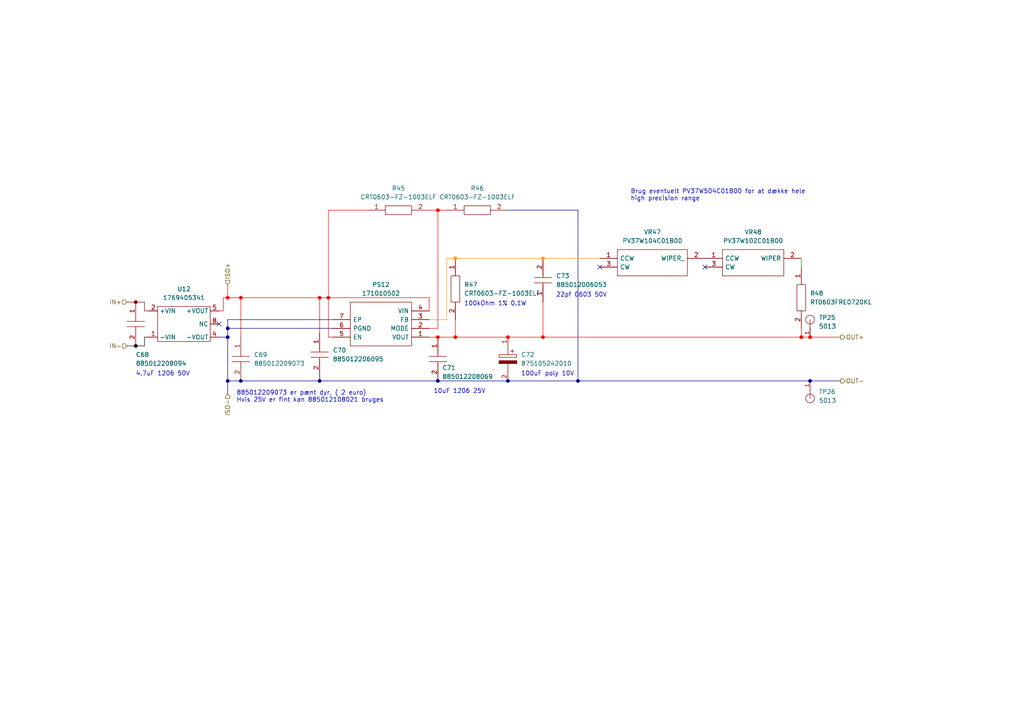
<source format=kicad_sch>
(kicad_sch (version 20211123) (generator eeschema)

  (uuid ff355897-ead3-4120-8dcb-1bb00ca0370c)

  (paper "A4")

  (lib_symbols
    (symbol "1769405341_1" (in_bom yes) (on_board yes)
      (property "Reference" "U" (id 0) (at 0 13.97 0)
        (effects (font (size 1.27 1.27)))
      )
      (property "Value" "1769405341_1" (id 1) (at 0 -8.89 0)
        (effects (font (size 1.27 1.27)))
      )
      (property "Footprint" "" (id 2) (at 0 0 0)
        (effects (font (size 1.27 1.27)) hide)
      )
      (property "Datasheet" "" (id 3) (at 0 0 0)
        (effects (font (size 1.27 1.27)) hide)
      )
      (symbol "1769405341_1_0_1"
        (rectangle (start -7.62 5.08) (end 7.62 -5.08)
          (stroke (width 0) (type default) (color 0 0 0 0))
          (fill (type none))
        )
      )
      (symbol "1769405341_1_1_1"
        (pin input line (at -10.16 -3.81 0) (length 2.54)
          (name "-VIN" (effects (font (size 1.27 1.27))))
          (number "1" (effects (font (size 1.27 1.27))))
        )
        (pin input line (at -10.16 3.81 0) (length 2.54)
          (name "+VIN" (effects (font (size 1.27 1.27))))
          (number "2" (effects (font (size 1.27 1.27))))
        )
        (pin input line (at 10.16 -3.81 180) (length 2.54)
          (name "-VOUT" (effects (font (size 1.27 1.27))))
          (number "4" (effects (font (size 1.27 1.27))))
        )
        (pin input line (at 10.16 3.81 180) (length 2.54)
          (name "+VOUT" (effects (font (size 1.27 1.27))))
          (number "5" (effects (font (size 1.27 1.27))))
        )
        (pin input line (at 10.16 0 180) (length 2.54)
          (name "NC" (effects (font (size 1.27 1.27))))
          (number "8" (effects (font (size 1.27 1.27))))
        )
      )
    )
    (symbol "5013:5013" (pin_names (offset 1.016) hide) (in_bom yes) (on_board yes)
      (property "Reference" "TP" (id 0) (at -2.54 2.032 0)
        (effects (font (size 1.27 1.27)) (justify left bottom))
      )
      (property "Value" "5013" (id 1) (at -2.54 -3.302 0)
        (effects (font (size 1.27 1.27)) (justify left bottom))
      )
      (property "Footprint" "TESTPOINT_5013" (id 2) (at 0 0 0)
        (effects (font (size 1.27 1.27)) (justify left bottom) hide)
      )
      (property "Datasheet" "" (id 3) (at 0 0 0)
        (effects (font (size 1.27 1.27)) (justify left bottom) hide)
      )
      (property "PARTREV" "F" (id 4) (at 0 0 0)
        (effects (font (size 1.27 1.27)) (justify left bottom) hide)
      )
      (property "MF" "Keystone" (id 5) (at 0 0 0)
        (effects (font (size 1.27 1.27)) (justify left bottom) hide)
      )
      (property "STANDARD" "Manufacturer Recommendations" (id 6) (at 0 0 0)
        (effects (font (size 1.27 1.27)) (justify left bottom) hide)
      )
      (property "ki_locked" "" (id 7) (at 0 0 0)
        (effects (font (size 1.27 1.27)))
      )
      (symbol "5013_0_0"
        (polyline
          (pts
            (xy 0 0)
            (xy -2.54 0)
          )
          (stroke (width 0.1524) (type default) (color 0 0 0 0))
          (fill (type none))
        )
        (circle (center 0 0) (radius 1.27)
          (stroke (width 0) (type default) (color 0 0 0 0))
          (fill (type none))
        )
        (pin passive line (at -5.08 0 0) (length 2.54)
          (name "~" (effects (font (size 1.016 1.016))))
          (number "1" (effects (font (size 1.016 1.016))))
        )
      )
    )
    (symbol "SamacSys_Parts:171010502" (pin_names (offset 0.762)) (in_bom yes) (on_board yes)
      (property "Reference" "PS" (id 0) (at 24.13 7.62 0)
        (effects (font (size 1.27 1.27)) (justify left))
      )
      (property "Value" "171010502" (id 1) (at 24.13 5.08 0)
        (effects (font (size 1.27 1.27)) (justify left))
      )
      (property "Footprint" "171010502" (id 2) (at 24.13 2.54 0)
        (effects (font (size 1.27 1.27)) (justify left) hide)
      )
      (property "Datasheet" "https://www.we-online.de/katalog/datasheet/171010502.pdf" (id 3) (at 24.13 0 0)
        (effects (font (size 1.27 1.27)) (justify left) hide)
      )
      (property "Description" "Non-Isolated DC/DC Converters VDMM Open Frame 1A 2.5-5.5V Input" (id 4) (at 24.13 -2.54 0)
        (effects (font (size 1.27 1.27)) (justify left) hide)
      )
      (property "Height" "1.75" (id 5) (at 24.13 -5.08 0)
        (effects (font (size 1.27 1.27)) (justify left) hide)
      )
      (property "Mouser Part Number" "710-171010502" (id 6) (at 24.13 -7.62 0)
        (effects (font (size 1.27 1.27)) (justify left) hide)
      )
      (property "Mouser Price/Stock" "https://www.mouser.co.uk/ProductDetail/Wurth-Elektronik/171010502?qs=d0WKAl%252BL4KZQavF%2FfPoRDg%3D%3D" (id 7) (at 24.13 -10.16 0)
        (effects (font (size 1.27 1.27)) (justify left) hide)
      )
      (property "Manufacturer_Name" "Wurth Elektronik" (id 8) (at 24.13 -12.7 0)
        (effects (font (size 1.27 1.27)) (justify left) hide)
      )
      (property "Manufacturer_Part_Number" "171010502" (id 9) (at 24.13 -15.24 0)
        (effects (font (size 1.27 1.27)) (justify left) hide)
      )
      (property "ki_description" "Non-Isolated DC/DC Converters VDMM Open Frame 1A 2.5-5.5V Input" (id 10) (at 0 0 0)
        (effects (font (size 1.27 1.27)) hide)
      )
      (symbol "171010502_0_0"
        (pin passive line (at 0 0 0) (length 5.08)
          (name "VOUT" (effects (font (size 1.27 1.27))))
          (number "1" (effects (font (size 1.27 1.27))))
        )
        (pin passive line (at 0 -2.54 0) (length 5.08)
          (name "MODE" (effects (font (size 1.27 1.27))))
          (number "2" (effects (font (size 1.27 1.27))))
        )
        (pin passive line (at 0 -5.08 0) (length 5.08)
          (name "FB" (effects (font (size 1.27 1.27))))
          (number "3" (effects (font (size 1.27 1.27))))
        )
        (pin passive line (at 0 -7.62 0) (length 5.08)
          (name "VIN" (effects (font (size 1.27 1.27))))
          (number "4" (effects (font (size 1.27 1.27))))
        )
        (pin passive line (at 27.94 0 180) (length 5.08)
          (name "EN" (effects (font (size 1.27 1.27))))
          (number "5" (effects (font (size 1.27 1.27))))
        )
        (pin passive line (at 27.94 -2.54 180) (length 5.08)
          (name "PGND" (effects (font (size 1.27 1.27))))
          (number "6" (effects (font (size 1.27 1.27))))
        )
        (pin passive line (at 27.94 -5.08 180) (length 5.08)
          (name "EP" (effects (font (size 1.27 1.27))))
          (number "7" (effects (font (size 1.27 1.27))))
        )
      )
      (symbol "171010502_0_1"
        (polyline
          (pts
            (xy 5.08 2.54)
            (xy 22.86 2.54)
            (xy 22.86 -10.16)
            (xy 5.08 -10.16)
            (xy 5.08 2.54)
          )
          (stroke (width 0.1524) (type default) (color 0 0 0 0))
          (fill (type none))
        )
      )
    )
    (symbol "SamacSys_Parts:875105242010" (pin_names (offset 0.762)) (in_bom yes) (on_board yes)
      (property "Reference" "C" (id 0) (at 8.89 6.35 0)
        (effects (font (size 1.27 1.27)) (justify left))
      )
      (property "Value" "875105242010" (id 1) (at 8.89 3.81 0)
        (effects (font (size 1.27 1.27)) (justify left))
      )
      (property "Footprint" "CAPAE530X550N" (id 2) (at 8.89 1.27 0)
        (effects (font (size 1.27 1.27)) (justify left) hide)
      )
      (property "Datasheet" "https://katalog.we-online.com/pbs/datasheet/875105242010.pdf" (id 3) (at 8.89 -1.27 0)
        (effects (font (size 1.27 1.27)) (justify left) hide)
      )
      (property "Description" "Wurth Elektronik 100uF 10 V dc Aluminium Polymer Capacitor, WCAP-PSLP Series 2000h 5.5 (Dia.) x 4.85mm" (id 4) (at 8.89 -3.81 0)
        (effects (font (size 1.27 1.27)) (justify left) hide)
      )
      (property "Height" "5.5" (id 5) (at 8.89 -6.35 0)
        (effects (font (size 1.27 1.27)) (justify left) hide)
      )
      (property "Mouser Part Number" "710-875105242010" (id 6) (at 8.89 -8.89 0)
        (effects (font (size 1.27 1.27)) (justify left) hide)
      )
      (property "Mouser Price/Stock" "https://www.mouser.co.uk/ProductDetail/Wurth-Elektronik/875105242010?qs=0KOYDY2FL2%252BkWotU1M3qUQ%3D%3D" (id 7) (at 8.89 -11.43 0)
        (effects (font (size 1.27 1.27)) (justify left) hide)
      )
      (property "Manufacturer_Name" "Wurth Elektronik" (id 8) (at 8.89 -13.97 0)
        (effects (font (size 1.27 1.27)) (justify left) hide)
      )
      (property "Manufacturer_Part_Number" "875105242010" (id 9) (at 8.89 -16.51 0)
        (effects (font (size 1.27 1.27)) (justify left) hide)
      )
      (property "ki_description" "Wurth Elektronik 100uF 10 V dc Aluminium Polymer Capacitor, WCAP-PSLP Series 2000h 5.5 (Dia.) x 4.85mm" (id 10) (at 0 0 0)
        (effects (font (size 1.27 1.27)) hide)
      )
      (symbol "875105242010_0_0"
        (pin passive line (at 0 0 0) (length 2.54)
          (name "~" (effects (font (size 1.27 1.27))))
          (number "1" (effects (font (size 1.27 1.27))))
        )
        (pin passive line (at 12.7 0 180) (length 2.54)
          (name "~" (effects (font (size 1.27 1.27))))
          (number "2" (effects (font (size 1.27 1.27))))
        )
      )
      (symbol "875105242010_0_1"
        (polyline
          (pts
            (xy 2.54 0)
            (xy 5.08 0)
          )
          (stroke (width 0.1524) (type default) (color 0 0 0 0))
          (fill (type none))
        )
        (polyline
          (pts
            (xy 4.064 1.778)
            (xy 4.064 0.762)
          )
          (stroke (width 0.1524) (type default) (color 0 0 0 0))
          (fill (type none))
        )
        (polyline
          (pts
            (xy 4.572 1.27)
            (xy 3.556 1.27)
          )
          (stroke (width 0.1524) (type default) (color 0 0 0 0))
          (fill (type none))
        )
        (polyline
          (pts
            (xy 7.62 0)
            (xy 10.16 0)
          )
          (stroke (width 0.1524) (type default) (color 0 0 0 0))
          (fill (type none))
        )
        (polyline
          (pts
            (xy 5.08 2.54)
            (xy 5.08 -2.54)
            (xy 5.842 -2.54)
            (xy 5.842 2.54)
            (xy 5.08 2.54)
          )
          (stroke (width 0.1524) (type default) (color 0 0 0 0))
          (fill (type none))
        )
        (polyline
          (pts
            (xy 7.62 2.54)
            (xy 7.62 -2.54)
            (xy 6.858 -2.54)
            (xy 6.858 2.54)
            (xy 7.62 2.54)
          )
          (stroke (width 0.254) (type default) (color 0 0 0 0))
          (fill (type outline))
        )
      )
    )
    (symbol "SamacSys_Parts:885012006053" (pin_names (offset 0.762)) (in_bom yes) (on_board yes)
      (property "Reference" "C" (id 0) (at 8.89 6.35 0)
        (effects (font (size 1.27 1.27)) (justify left))
      )
      (property "Value" "885012006053" (id 1) (at 8.89 3.81 0)
        (effects (font (size 1.27 1.27)) (justify left))
      )
      (property "Footprint" "CAPC1608X87N" (id 2) (at 8.89 1.27 0)
        (effects (font (size 1.27 1.27)) (justify left) hide)
      )
      (property "Datasheet" "https://katalog.we-online.com/pbs/datasheet/885012006053.pdf" (id 3) (at 8.89 -1.27 0)
        (effects (font (size 1.27 1.27)) (justify left) hide)
      )
      (property "Description" "Multilayer Ceramic Chip Capacitor WCAP-CSGP Series 0603 22pF NP00603220J050DFCT10000" (id 4) (at 8.89 -3.81 0)
        (effects (font (size 1.27 1.27)) (justify left) hide)
      )
      (property "Height" "0.87" (id 5) (at 8.89 -6.35 0)
        (effects (font (size 1.27 1.27)) (justify left) hide)
      )
      (property "Mouser Part Number" "710-885012006053" (id 6) (at 8.89 -8.89 0)
        (effects (font (size 1.27 1.27)) (justify left) hide)
      )
      (property "Mouser Price/Stock" "https://www.mouser.co.uk/ProductDetail/Wurth-Elektronik/885012006053?qs=0KOYDY2FL28j0s08hcyKIA%3D%3D" (id 7) (at 8.89 -11.43 0)
        (effects (font (size 1.27 1.27)) (justify left) hide)
      )
      (property "Manufacturer_Name" "Wurth Elektronik" (id 8) (at 8.89 -13.97 0)
        (effects (font (size 1.27 1.27)) (justify left) hide)
      )
      (property "Manufacturer_Part_Number" "885012006053" (id 9) (at 8.89 -16.51 0)
        (effects (font (size 1.27 1.27)) (justify left) hide)
      )
      (property "ki_description" "Multilayer Ceramic Chip Capacitor WCAP-CSGP Series 0603 22pF NP00603220J050DFCT10000" (id 10) (at 0 0 0)
        (effects (font (size 1.27 1.27)) hide)
      )
      (symbol "885012006053_0_0"
        (pin passive line (at 0 0 0) (length 5.08)
          (name "~" (effects (font (size 1.27 1.27))))
          (number "1" (effects (font (size 1.27 1.27))))
        )
        (pin passive line (at 12.7 0 180) (length 5.08)
          (name "~" (effects (font (size 1.27 1.27))))
          (number "2" (effects (font (size 1.27 1.27))))
        )
      )
      (symbol "885012006053_0_1"
        (polyline
          (pts
            (xy 5.08 0)
            (xy 5.588 0)
          )
          (stroke (width 0.1524) (type default) (color 0 0 0 0))
          (fill (type none))
        )
        (polyline
          (pts
            (xy 5.588 2.54)
            (xy 5.588 -2.54)
          )
          (stroke (width 0.1524) (type default) (color 0 0 0 0))
          (fill (type none))
        )
        (polyline
          (pts
            (xy 7.112 0)
            (xy 7.62 0)
          )
          (stroke (width 0.1524) (type default) (color 0 0 0 0))
          (fill (type none))
        )
        (polyline
          (pts
            (xy 7.112 2.54)
            (xy 7.112 -2.54)
          )
          (stroke (width 0.1524) (type default) (color 0 0 0 0))
          (fill (type none))
        )
      )
    )
    (symbol "SamacSys_Parts:885012206095" (pin_names (offset 0.762)) (in_bom yes) (on_board yes)
      (property "Reference" "C" (id 0) (at 8.89 6.35 0)
        (effects (font (size 1.27 1.27)) (justify left))
      )
      (property "Value" "885012206095" (id 1) (at 8.89 3.81 0)
        (effects (font (size 1.27 1.27)) (justify left))
      )
      (property "Footprint" "CAPC1608X87N" (id 2) (at 8.89 1.27 0)
        (effects (font (size 1.27 1.27)) (justify left) hide)
      )
      (property "Datasheet" "https://katalog.we-online.com/pbs/datasheet/885012206095.pdf" (id 3) (at 8.89 -1.27 0)
        (effects (font (size 1.27 1.27)) (justify left) hide)
      )
      (property "Description" "Wurth Elektronik 0603 WCAP-CSGP 100nF Ceramic Multilayer Capacitor, 50 V dc, +125C, X7R Dielectric, +/-10%" (id 4) (at 8.89 -3.81 0)
        (effects (font (size 1.27 1.27)) (justify left) hide)
      )
      (property "Height" "0.87" (id 5) (at 8.89 -6.35 0)
        (effects (font (size 1.27 1.27)) (justify left) hide)
      )
      (property "Mouser Part Number" "710-885012206095" (id 6) (at 8.89 -8.89 0)
        (effects (font (size 1.27 1.27)) (justify left) hide)
      )
      (property "Mouser Price/Stock" "https://www.mouser.co.uk/ProductDetail/Wurth-Elektronik/885012206095?qs=0KOYDY2FL2%2FIErXVpcsrTQ%3D%3D" (id 7) (at 8.89 -11.43 0)
        (effects (font (size 1.27 1.27)) (justify left) hide)
      )
      (property "Manufacturer_Name" "Wurth Elektronik" (id 8) (at 8.89 -13.97 0)
        (effects (font (size 1.27 1.27)) (justify left) hide)
      )
      (property "Manufacturer_Part_Number" "885012206095" (id 9) (at 8.89 -16.51 0)
        (effects (font (size 1.27 1.27)) (justify left) hide)
      )
      (property "ki_description" "Wurth Elektronik 0603 WCAP-CSGP 100nF Ceramic Multilayer Capacitor, 50 V dc, +125C, X7R Dielectric, +/-10%" (id 10) (at 0 0 0)
        (effects (font (size 1.27 1.27)) hide)
      )
      (symbol "885012206095_0_0"
        (pin passive line (at 0 0 0) (length 5.08)
          (name "~" (effects (font (size 1.27 1.27))))
          (number "1" (effects (font (size 1.27 1.27))))
        )
        (pin passive line (at 12.7 0 180) (length 5.08)
          (name "~" (effects (font (size 1.27 1.27))))
          (number "2" (effects (font (size 1.27 1.27))))
        )
      )
      (symbol "885012206095_0_1"
        (polyline
          (pts
            (xy 5.08 0)
            (xy 5.588 0)
          )
          (stroke (width 0.1524) (type default) (color 0 0 0 0))
          (fill (type none))
        )
        (polyline
          (pts
            (xy 5.588 2.54)
            (xy 5.588 -2.54)
          )
          (stroke (width 0.1524) (type default) (color 0 0 0 0))
          (fill (type none))
        )
        (polyline
          (pts
            (xy 7.112 0)
            (xy 7.62 0)
          )
          (stroke (width 0.1524) (type default) (color 0 0 0 0))
          (fill (type none))
        )
        (polyline
          (pts
            (xy 7.112 2.54)
            (xy 7.112 -2.54)
          )
          (stroke (width 0.1524) (type default) (color 0 0 0 0))
          (fill (type none))
        )
      )
    )
    (symbol "SamacSys_Parts:885012208069" (pin_names (offset 0.762)) (in_bom yes) (on_board yes)
      (property "Reference" "C" (id 0) (at 8.89 6.35 0)
        (effects (font (size 1.27 1.27)) (justify left))
      )
      (property "Value" "885012208069" (id 1) (at 8.89 3.81 0)
        (effects (font (size 1.27 1.27)) (justify left))
      )
      (property "Footprint" "CAPC3216X180N" (id 2) (at 8.89 1.27 0)
        (effects (font (size 1.27 1.27)) (justify left) hide)
      )
      (property "Datasheet" "https://katalog.we-online.com/pbs/datasheet/885012208069.pdf" (id 3) (at 8.89 -1.27 0)
        (effects (font (size 1.27 1.27)) (justify left) hide)
      )
      (property "Description" "Multilayer Ceramic Chip Capacitor WCAP-CSGP Series 1206 10000000pF X7R1206106K025DFCT10000" (id 4) (at 8.89 -3.81 0)
        (effects (font (size 1.27 1.27)) (justify left) hide)
      )
      (property "Height" "1.8" (id 5) (at 8.89 -6.35 0)
        (effects (font (size 1.27 1.27)) (justify left) hide)
      )
      (property "Mouser Part Number" "710-885012208069" (id 6) (at 8.89 -8.89 0)
        (effects (font (size 1.27 1.27)) (justify left) hide)
      )
      (property "Mouser Price/Stock" "https://www.mouser.co.uk/ProductDetail/Wurth-Elektronik/885012208069?qs=0KOYDY2FL2%2FiIl0oJPR7BQ%3D%3D" (id 7) (at 8.89 -11.43 0)
        (effects (font (size 1.27 1.27)) (justify left) hide)
      )
      (property "Manufacturer_Name" "Wurth Elektronik" (id 8) (at 8.89 -13.97 0)
        (effects (font (size 1.27 1.27)) (justify left) hide)
      )
      (property "Manufacturer_Part_Number" "885012208069" (id 9) (at 8.89 -16.51 0)
        (effects (font (size 1.27 1.27)) (justify left) hide)
      )
      (property "ki_description" "Multilayer Ceramic Chip Capacitor WCAP-CSGP Series 1206 10000000pF X7R1206106K025DFCT10000" (id 10) (at 0 0 0)
        (effects (font (size 1.27 1.27)) hide)
      )
      (symbol "885012208069_0_0"
        (pin passive line (at 0 0 0) (length 5.08)
          (name "~" (effects (font (size 1.27 1.27))))
          (number "1" (effects (font (size 1.27 1.27))))
        )
        (pin passive line (at 12.7 0 180) (length 5.08)
          (name "~" (effects (font (size 1.27 1.27))))
          (number "2" (effects (font (size 1.27 1.27))))
        )
      )
      (symbol "885012208069_0_1"
        (polyline
          (pts
            (xy 5.08 0)
            (xy 5.588 0)
          )
          (stroke (width 0.1524) (type default) (color 0 0 0 0))
          (fill (type none))
        )
        (polyline
          (pts
            (xy 5.588 2.54)
            (xy 5.588 -2.54)
          )
          (stroke (width 0.1524) (type default) (color 0 0 0 0))
          (fill (type none))
        )
        (polyline
          (pts
            (xy 7.112 0)
            (xy 7.62 0)
          )
          (stroke (width 0.1524) (type default) (color 0 0 0 0))
          (fill (type none))
        )
        (polyline
          (pts
            (xy 7.112 2.54)
            (xy 7.112 -2.54)
          )
          (stroke (width 0.1524) (type default) (color 0 0 0 0))
          (fill (type none))
        )
      )
    )
    (symbol "SamacSys_Parts:885012208094" (pin_names (offset 0.762)) (in_bom yes) (on_board yes)
      (property "Reference" "C" (id 0) (at 8.89 6.35 0)
        (effects (font (size 1.27 1.27)) (justify left))
      )
      (property "Value" "885012208094" (id 1) (at 8.89 3.81 0)
        (effects (font (size 1.27 1.27)) (justify left))
      )
      (property "Footprint" "CAPC3216X180N" (id 2) (at 8.89 1.27 0)
        (effects (font (size 1.27 1.27)) (justify left) hide)
      )
      (property "Datasheet" "https://katalog.we-online.com/pbs/datasheet/885012208094.pdf" (id 3) (at 8.89 -1.27 0)
        (effects (font (size 1.27 1.27)) (justify left) hide)
      )
      (property "Description" "Multilayer Ceramic Chip Capacitor WCAP-CSGP Series 1206 4700000pF X7R1206475K050DFCT10000" (id 4) (at 8.89 -3.81 0)
        (effects (font (size 1.27 1.27)) (justify left) hide)
      )
      (property "Height" "1.8" (id 5) (at 8.89 -6.35 0)
        (effects (font (size 1.27 1.27)) (justify left) hide)
      )
      (property "Mouser Part Number" "710-885012208094" (id 6) (at 8.89 -8.89 0)
        (effects (font (size 1.27 1.27)) (justify left) hide)
      )
      (property "Mouser Price/Stock" "https://www.mouser.co.uk/ProductDetail/Wurth-Elektronik/885012208094?qs=0KOYDY2FL2%252BxdNO1qfhTfQ%3D%3D" (id 7) (at 8.89 -11.43 0)
        (effects (font (size 1.27 1.27)) (justify left) hide)
      )
      (property "Manufacturer_Name" "Wurth Elektronik" (id 8) (at 8.89 -13.97 0)
        (effects (font (size 1.27 1.27)) (justify left) hide)
      )
      (property "Manufacturer_Part_Number" "885012208094" (id 9) (at 8.89 -16.51 0)
        (effects (font (size 1.27 1.27)) (justify left) hide)
      )
      (property "ki_description" "Multilayer Ceramic Chip Capacitor WCAP-CSGP Series 1206 4700000pF X7R1206475K050DFCT10000" (id 10) (at 0 0 0)
        (effects (font (size 1.27 1.27)) hide)
      )
      (symbol "885012208094_0_0"
        (pin passive line (at 0 0 0) (length 5.08)
          (name "~" (effects (font (size 1.27 1.27))))
          (number "1" (effects (font (size 1.27 1.27))))
        )
        (pin passive line (at 12.7 0 180) (length 5.08)
          (name "~" (effects (font (size 1.27 1.27))))
          (number "2" (effects (font (size 1.27 1.27))))
        )
      )
      (symbol "885012208094_0_1"
        (polyline
          (pts
            (xy 5.08 0)
            (xy 5.588 0)
          )
          (stroke (width 0.1524) (type default) (color 0 0 0 0))
          (fill (type none))
        )
        (polyline
          (pts
            (xy 5.588 2.54)
            (xy 5.588 -2.54)
          )
          (stroke (width 0.1524) (type default) (color 0 0 0 0))
          (fill (type none))
        )
        (polyline
          (pts
            (xy 7.112 0)
            (xy 7.62 0)
          )
          (stroke (width 0.1524) (type default) (color 0 0 0 0))
          (fill (type none))
        )
        (polyline
          (pts
            (xy 7.112 2.54)
            (xy 7.112 -2.54)
          )
          (stroke (width 0.1524) (type default) (color 0 0 0 0))
          (fill (type none))
        )
      )
    )
    (symbol "SamacSys_Parts:885012209073" (pin_names (offset 0.762)) (in_bom yes) (on_board yes)
      (property "Reference" "C" (id 0) (at 8.89 6.35 0)
        (effects (font (size 1.27 1.27)) (justify left))
      )
      (property "Value" "885012209073" (id 1) (at 8.89 3.81 0)
        (effects (font (size 1.27 1.27)) (justify left))
      )
      (property "Footprint" "CAPC3225X280N" (id 2) (at 8.89 1.27 0)
        (effects (font (size 1.27 1.27)) (justify left) hide)
      )
      (property "Datasheet" "https://katalog.we-online.com/pbs/datasheet/885012209073.pdf" (id 3) (at 8.89 -1.27 0)
        (effects (font (size 1.27 1.27)) (justify left) hide)
      )
      (property "Description" "Multilayer Ceramic Chip Capacitor WCAP-CSGP Series 1210 60pF X7R1210106K050DFCT10000" (id 4) (at 8.89 -3.81 0)
        (effects (font (size 1.27 1.27)) (justify left) hide)
      )
      (property "Height" "2.8" (id 5) (at 8.89 -6.35 0)
        (effects (font (size 1.27 1.27)) (justify left) hide)
      )
      (property "Mouser Part Number" "710-885012209073" (id 6) (at 8.89 -8.89 0)
        (effects (font (size 1.27 1.27)) (justify left) hide)
      )
      (property "Mouser Price/Stock" "https://www.mouser.co.uk/ProductDetail/Wurth-Elektronik/885012209073?qs=sPbYRqrBIVm8PsM2ljQIMg%3D%3D" (id 7) (at 8.89 -11.43 0)
        (effects (font (size 1.27 1.27)) (justify left) hide)
      )
      (property "Manufacturer_Name" "Wurth Elektronik" (id 8) (at 8.89 -13.97 0)
        (effects (font (size 1.27 1.27)) (justify left) hide)
      )
      (property "Manufacturer_Part_Number" "885012209073" (id 9) (at 8.89 -16.51 0)
        (effects (font (size 1.27 1.27)) (justify left) hide)
      )
      (property "ki_description" "Multilayer Ceramic Chip Capacitor WCAP-CSGP Series 1210 60pF X7R1210106K050DFCT10000" (id 10) (at 0 0 0)
        (effects (font (size 1.27 1.27)) hide)
      )
      (symbol "885012209073_0_0"
        (pin passive line (at 0 0 0) (length 5.08)
          (name "~" (effects (font (size 1.27 1.27))))
          (number "1" (effects (font (size 1.27 1.27))))
        )
        (pin passive line (at 12.7 0 180) (length 5.08)
          (name "~" (effects (font (size 1.27 1.27))))
          (number "2" (effects (font (size 1.27 1.27))))
        )
      )
      (symbol "885012209073_0_1"
        (polyline
          (pts
            (xy 5.08 0)
            (xy 5.588 0)
          )
          (stroke (width 0.1524) (type default) (color 0 0 0 0))
          (fill (type none))
        )
        (polyline
          (pts
            (xy 5.588 2.54)
            (xy 5.588 -2.54)
          )
          (stroke (width 0.1524) (type default) (color 0 0 0 0))
          (fill (type none))
        )
        (polyline
          (pts
            (xy 7.112 0)
            (xy 7.62 0)
          )
          (stroke (width 0.1524) (type default) (color 0 0 0 0))
          (fill (type none))
        )
        (polyline
          (pts
            (xy 7.112 2.54)
            (xy 7.112 -2.54)
          )
          (stroke (width 0.1524) (type default) (color 0 0 0 0))
          (fill (type none))
        )
      )
    )
    (symbol "SamacSys_Parts:CRT0603-FZ-1003ELF" (pin_names (offset 0.762)) (in_bom yes) (on_board yes)
      (property "Reference" "R" (id 0) (at 13.97 6.35 0)
        (effects (font (size 1.27 1.27)) (justify left))
      )
      (property "Value" "CRT0603-FZ-1003ELF" (id 1) (at 13.97 3.81 0)
        (effects (font (size 1.27 1.27)) (justify left))
      )
      (property "Footprint" "RESC1608X60N" (id 2) (at 13.97 1.27 0)
        (effects (font (size 1.27 1.27)) (justify left) hide)
      )
      (property "Datasheet" "" (id 3) (at 13.97 -1.27 0)
        (effects (font (size 1.27 1.27)) (justify left) hide)
      )
      (property "Description" "Thin Film Resistors - SMD CHIP RESISTOR Precision" (id 4) (at 13.97 -3.81 0)
        (effects (font (size 1.27 1.27)) (justify left) hide)
      )
      (property "Height" "0.6" (id 5) (at 13.97 -6.35 0)
        (effects (font (size 1.27 1.27)) (justify left) hide)
      )
      (property "Mouser Part Number" "652-CRT0603FZ1003ELF" (id 6) (at 13.97 -8.89 0)
        (effects (font (size 1.27 1.27)) (justify left) hide)
      )
      (property "Mouser Price/Stock" "https://www.mouser.co.uk/ProductDetail/Bourns/CRT0603-FZ-1003ELF?qs=fgHA1UgJI8BbszSkndSeLg%3D%3D" (id 7) (at 13.97 -11.43 0)
        (effects (font (size 1.27 1.27)) (justify left) hide)
      )
      (property "Manufacturer_Name" "Bourns" (id 8) (at 13.97 -13.97 0)
        (effects (font (size 1.27 1.27)) (justify left) hide)
      )
      (property "Manufacturer_Part_Number" "CRT0603-FZ-1003ELF" (id 9) (at 13.97 -16.51 0)
        (effects (font (size 1.27 1.27)) (justify left) hide)
      )
      (property "ki_description" "Thin Film Resistors - SMD CHIP RESISTOR Precision" (id 10) (at 0 0 0)
        (effects (font (size 1.27 1.27)) hide)
      )
      (symbol "CRT0603-FZ-1003ELF_0_0"
        (pin passive line (at 0 0 0) (length 5.08)
          (name "~" (effects (font (size 1.27 1.27))))
          (number "1" (effects (font (size 1.27 1.27))))
        )
        (pin passive line (at 17.78 0 180) (length 5.08)
          (name "~" (effects (font (size 1.27 1.27))))
          (number "2" (effects (font (size 1.27 1.27))))
        )
      )
      (symbol "CRT0603-FZ-1003ELF_0_1"
        (polyline
          (pts
            (xy 5.08 1.27)
            (xy 12.7 1.27)
            (xy 12.7 -1.27)
            (xy 5.08 -1.27)
            (xy 5.08 1.27)
          )
          (stroke (width 0.1524) (type default) (color 0 0 0 0))
          (fill (type none))
        )
      )
    )
    (symbol "SamacSys_Parts:PV37W102C01B00" (pin_names (offset 0.762)) (in_bom yes) (on_board yes)
      (property "Reference" "VR" (id 0) (at 24.13 7.62 0)
        (effects (font (size 1.27 1.27)) (justify left))
      )
      (property "Value" "PV37W102C01B00" (id 1) (at 24.13 5.08 0)
        (effects (font (size 1.27 1.27)) (justify left))
      )
      (property "Footprint" "PV37W102C01B00" (id 2) (at 24.13 2.54 0)
        (effects (font (size 1.27 1.27)) (justify left) hide)
      )
      (property "Datasheet" "https://www.bourns.com/docs/Product-Datasheets/pv37.pdf" (id 3) (at 24.13 0 0)
        (effects (font (size 1.27 1.27)) (justify left) hide)
      )
      (property "Description" "Trimmer Resistors - Through Hole 1.0Kohms Sealed 6mm SQ 12turn" (id 4) (at 24.13 -2.54 0)
        (effects (font (size 1.27 1.27)) (justify left) hide)
      )
      (property "Height" "7.75" (id 5) (at 24.13 -5.08 0)
        (effects (font (size 1.27 1.27)) (justify left) hide)
      )
      (property "Mouser Part Number" "81-PV37W102C01B00" (id 6) (at 24.13 -7.62 0)
        (effects (font (size 1.27 1.27)) (justify left) hide)
      )
      (property "Mouser Price/Stock" "https://www.mouser.co.uk/ProductDetail/Bourns/PV37W102C01B00?qs=M0b1YOHIqsZSVLzeL3P2%2FA%3D%3D" (id 7) (at 24.13 -10.16 0)
        (effects (font (size 1.27 1.27)) (justify left) hide)
      )
      (property "Manufacturer_Name" "Bourns" (id 8) (at 24.13 -12.7 0)
        (effects (font (size 1.27 1.27)) (justify left) hide)
      )
      (property "Manufacturer_Part_Number" "PV37W102C01B00" (id 9) (at 24.13 -15.24 0)
        (effects (font (size 1.27 1.27)) (justify left) hide)
      )
      (property "ki_description" "Trimmer Resistors - Through Hole 1.0Kohms Sealed 6mm SQ 12turn" (id 10) (at 0 0 0)
        (effects (font (size 1.27 1.27)) hide)
      )
      (symbol "PV37W102C01B00_0_0"
        (pin passive line (at 0 0 0) (length 5.08)
          (name "CCW" (effects (font (size 1.27 1.27))))
          (number "1" (effects (font (size 1.27 1.27))))
        )
        (pin passive line (at 27.94 0 180) (length 5.08)
          (name "WIPER" (effects (font (size 1.27 1.27))))
          (number "2" (effects (font (size 1.27 1.27))))
        )
        (pin passive line (at 0 -2.54 0) (length 5.08)
          (name "CW" (effects (font (size 1.27 1.27))))
          (number "3" (effects (font (size 1.27 1.27))))
        )
      )
      (symbol "PV37W102C01B00_0_1"
        (polyline
          (pts
            (xy 5.08 2.54)
            (xy 22.86 2.54)
            (xy 22.86 -5.08)
            (xy 5.08 -5.08)
            (xy 5.08 2.54)
          )
          (stroke (width 0.1524) (type default) (color 0 0 0 0))
          (fill (type none))
        )
      )
    )
    (symbol "SamacSys_Parts:PV37W104C01B00" (pin_names (offset 0.762)) (in_bom yes) (on_board yes)
      (property "Reference" "VR" (id 0) (at 26.67 7.62 0)
        (effects (font (size 1.27 1.27)) (justify left))
      )
      (property "Value" "PV37W104C01B00" (id 1) (at 26.67 5.08 0)
        (effects (font (size 1.27 1.27)) (justify left))
      )
      (property "Footprint" "PV37W104C01B00" (id 2) (at 26.67 2.54 0)
        (effects (font (size 1.27 1.27)) (justify left) hide)
      )
      (property "Datasheet" "https://www.bourns.com/docs/Product-Datasheets/pv37.pdf" (id 3) (at 26.67 0 0)
        (effects (font (size 1.27 1.27)) (justify left) hide)
      )
      (property "Description" "Trimmer Resistors - Through Hole 100Kohms Sealed 6mm SQ 12turn" (id 4) (at 26.67 -2.54 0)
        (effects (font (size 1.27 1.27)) (justify left) hide)
      )
      (property "Height" "8.77" (id 5) (at 26.67 -5.08 0)
        (effects (font (size 1.27 1.27)) (justify left) hide)
      )
      (property "Mouser Part Number" "81-PV37W104C01B00" (id 6) (at 26.67 -7.62 0)
        (effects (font (size 1.27 1.27)) (justify left) hide)
      )
      (property "Mouser Price/Stock" "https://www.mouser.co.uk/ProductDetail/Bourns/PV37W104C01B00/?qs=M0b1YOHIqsYKygqcp9W9tA%3D%3D" (id 7) (at 26.67 -10.16 0)
        (effects (font (size 1.27 1.27)) (justify left) hide)
      )
      (property "Manufacturer_Name" "Bourns" (id 8) (at 26.67 -12.7 0)
        (effects (font (size 1.27 1.27)) (justify left) hide)
      )
      (property "Manufacturer_Part_Number" "PV37W104C01B00" (id 9) (at 26.67 -15.24 0)
        (effects (font (size 1.27 1.27)) (justify left) hide)
      )
      (property "ki_description" "Trimmer Resistors - Through Hole 100Kohms Sealed 6mm SQ 12turn" (id 10) (at 0 0 0)
        (effects (font (size 1.27 1.27)) hide)
      )
      (symbol "PV37W104C01B00_0_0"
        (pin passive line (at 0 0 0) (length 5.08)
          (name "CCW" (effects (font (size 1.27 1.27))))
          (number "1" (effects (font (size 1.27 1.27))))
        )
        (pin passive line (at 30.48 0 180) (length 5.08)
          (name "WIPER_" (effects (font (size 1.27 1.27))))
          (number "2" (effects (font (size 1.27 1.27))))
        )
        (pin passive line (at 0 -2.54 0) (length 5.08)
          (name "CW" (effects (font (size 1.27 1.27))))
          (number "3" (effects (font (size 1.27 1.27))))
        )
      )
      (symbol "PV37W104C01B00_0_1"
        (polyline
          (pts
            (xy 5.08 2.54)
            (xy 25.4 2.54)
            (xy 25.4 -5.08)
            (xy 5.08 -5.08)
            (xy 5.08 2.54)
          )
          (stroke (width 0.1524) (type default) (color 0 0 0 0))
          (fill (type none))
        )
      )
    )
    (symbol "SamacSys_Parts:RT0603FRE0720KL" (pin_names (offset 0.762)) (in_bom yes) (on_board yes)
      (property "Reference" "R" (id 0) (at 13.97 6.35 0)
        (effects (font (size 1.27 1.27)) (justify left))
      )
      (property "Value" "RT0603FRE0720KL" (id 1) (at 13.97 3.81 0)
        (effects (font (size 1.27 1.27)) (justify left))
      )
      (property "Footprint" "RESC1608X55N" (id 2) (at 13.97 1.27 0)
        (effects (font (size 1.27 1.27)) (justify left) hide)
      )
      (property "Datasheet" "" (id 3) (at 13.97 -1.27 0)
        (effects (font (size 1.27 1.27)) (justify left) hide)
      )
      (property "Description" "Thin Film Resistors - SMD 1/10W 20K ohm 1% 50ppm" (id 4) (at 13.97 -3.81 0)
        (effects (font (size 1.27 1.27)) (justify left) hide)
      )
      (property "Height" "0.55" (id 5) (at 13.97 -6.35 0)
        (effects (font (size 1.27 1.27)) (justify left) hide)
      )
      (property "Mouser Part Number" "603-RT0603FRE0720KL" (id 6) (at 13.97 -8.89 0)
        (effects (font (size 1.27 1.27)) (justify left) hide)
      )
      (property "Mouser Price/Stock" "https://www.mouser.co.uk/ProductDetail/YAGEO/RT0603FRE0720KL?qs=8cPjvKtxWv65BAftULaFAQ%3D%3D" (id 7) (at 13.97 -11.43 0)
        (effects (font (size 1.27 1.27)) (justify left) hide)
      )
      (property "Manufacturer_Name" "YAGEO" (id 8) (at 13.97 -13.97 0)
        (effects (font (size 1.27 1.27)) (justify left) hide)
      )
      (property "Manufacturer_Part_Number" "RT0603FRE0720KL" (id 9) (at 13.97 -16.51 0)
        (effects (font (size 1.27 1.27)) (justify left) hide)
      )
      (property "ki_description" "Thin Film Resistors - SMD 1/10W 20K ohm 1% 50ppm" (id 10) (at 0 0 0)
        (effects (font (size 1.27 1.27)) hide)
      )
      (symbol "RT0603FRE0720KL_0_0"
        (pin passive line (at 0 0 0) (length 5.08)
          (name "~" (effects (font (size 1.27 1.27))))
          (number "1" (effects (font (size 1.27 1.27))))
        )
        (pin passive line (at 17.78 0 180) (length 5.08)
          (name "~" (effects (font (size 1.27 1.27))))
          (number "2" (effects (font (size 1.27 1.27))))
        )
      )
      (symbol "RT0603FRE0720KL_0_1"
        (polyline
          (pts
            (xy 5.08 1.27)
            (xy 12.7 1.27)
            (xy 12.7 -1.27)
            (xy 5.08 -1.27)
            (xy 5.08 1.27)
          )
          (stroke (width 0.1524) (type default) (color 0 0 0 0))
          (fill (type none))
        )
      )
    )
  )

  (junction (at 157.48 74.93) (diameter 0) (color 255 153 0 1)
    (uuid 05d7c3f4-e7d2-4288-bb10-322969933d2b)
  )
  (junction (at 39.37 100.33) (diameter 0) (color 0 0 0 1)
    (uuid 0f7e0d55-f6ef-431a-bf8e-64a6008a922c)
  )
  (junction (at 127 110.49) (diameter 0) (color 0 0 132 1)
    (uuid 1629c728-5bea-4778-8755-228ff5ea258d)
  )
  (junction (at 127 60.96) (diameter 0) (color 255 0 0 1)
    (uuid 217d9a3a-e5f0-4cfa-b683-31209c3702d5)
  )
  (junction (at 167.64 110.49) (diameter 0) (color 0 0 132 1)
    (uuid 30dfe408-4087-491f-b137-7ce87431be8f)
  )
  (junction (at 147.32 97.79) (diameter 0) (color 255 0 0 1)
    (uuid 3857aaa3-bf44-476b-9a2e-66dcef08e88d)
  )
  (junction (at 66.04 95.25) (diameter 0) (color 0 0 132 1)
    (uuid 3b13bba6-761e-4188-868e-91670f82337b)
  )
  (junction (at 127 97.79) (diameter 0) (color 255 0 0 1)
    (uuid 513ccc0b-0340-43d2-8a8d-c477951c8449)
  )
  (junction (at 66.04 110.49) (diameter 0) (color 0 0 132 1)
    (uuid 51ce36e4-ec15-4597-aa48-2cb2bb66cff9)
  )
  (junction (at 234.95 110.49) (diameter 0) (color 0 0 132 1)
    (uuid 570c674a-f3c3-4077-892e-ab2aa74c4d4b)
  )
  (junction (at 69.85 110.49) (diameter 0) (color 0 0 132 1)
    (uuid 57275231-170d-4f52-b0be-5c7748e29ec7)
  )
  (junction (at 66.04 86.36) (diameter 0) (color 255 0 0 1)
    (uuid 6419661a-a939-4852-a270-933023c6552f)
  )
  (junction (at 147.32 110.49) (diameter 0) (color 0 0 132 1)
    (uuid 69c2bf86-8138-4184-b72a-f424612abd79)
  )
  (junction (at 95.25 86.36) (diameter 0) (color 255 0 0 1)
    (uuid 6c4e546f-c6a2-440c-9beb-b092a88196c9)
  )
  (junction (at 132.08 74.93) (diameter 0) (color 255 153 0 1)
    (uuid 804ca8f5-513c-46aa-b1b7-8f668523a798)
  )
  (junction (at 92.71 110.49) (diameter 0) (color 0 0 132 1)
    (uuid 96d77630-f99f-468d-8401-dad067f2e390)
  )
  (junction (at 92.71 86.36) (diameter 0) (color 255 0 0 1)
    (uuid 977c19da-bddc-4248-8813-e8e247d699e3)
  )
  (junction (at 234.95 97.79) (diameter 0) (color 255 0 0 1)
    (uuid afe9d110-d762-46bf-aeca-7eef999b3149)
  )
  (junction (at 39.37 87.63) (diameter 0) (color 132 0 0 1)
    (uuid b6273542-3f56-4285-82cc-566df5aaf0cd)
  )
  (junction (at 66.04 97.79) (diameter 0) (color 0 0 132 1)
    (uuid ce874ef9-2ccd-4329-95a3-97bf83b66d2a)
  )
  (junction (at 69.85 86.36) (diameter 0) (color 255 0 0 1)
    (uuid d4b538a1-aa7c-4563-8a23-8a4d88480bd2)
  )
  (junction (at 232.41 97.79) (diameter 0) (color 255 0 0 1)
    (uuid d4c1efaf-ac10-4e66-bedb-54d822911467)
  )
  (junction (at 157.48 97.79) (diameter 0) (color 255 0 0 1)
    (uuid de6f5d7c-2683-4127-9eab-d9cd9b9da049)
  )
  (junction (at 132.08 97.79) (diameter 0) (color 255 0 0 1)
    (uuid e46dab04-9239-4d1b-972a-8ae6b86d502c)
  )

  (no_connect (at 173.99 77.47) (uuid 61d1b640-ca88-4b38-b7ef-8585c4692a67))
  (no_connect (at 63.5 93.98) (uuid 931e3641-8087-488d-a5c2-557be8ea2ee0))
  (no_connect (at 204.47 77.47) (uuid e13a246b-1803-4a0e-ac93-2218b0d048ff))

  (wire (pts (xy 147.32 110.49) (xy 167.64 110.49))
    (stroke (width 0) (type default) (color 0 0 132 1))
    (uuid 042e62c0-c664-49a7-9fb6-3b12bd769bf5)
  )
  (wire (pts (xy 127 97.79) (xy 132.08 97.79))
    (stroke (width 0) (type default) (color 255 0 0 1))
    (uuid 05428cfa-f566-442c-985c-4e90926ad095)
  )
  (wire (pts (xy 157.48 74.93) (xy 173.99 74.93))
    (stroke (width 0) (type default) (color 255 153 0 1))
    (uuid 0d5bb376-de5f-4ba2-b253-83803aa8068a)
  )
  (wire (pts (xy 43.18 97.79) (xy 41.91 97.79))
    (stroke (width 0) (type default) (color 0 0 0 1))
    (uuid 0e23b186-4c62-428d-a4ad-5cc348cadac9)
  )
  (wire (pts (xy 95.25 97.79) (xy 95.25 86.36))
    (stroke (width 0) (type default) (color 255 0 0 1))
    (uuid 11c8c401-58ca-4581-b6c6-8b42a8ac5732)
  )
  (wire (pts (xy 96.52 92.71) (xy 66.04 92.71))
    (stroke (width 0) (type default) (color 0 0 132 1))
    (uuid 17894588-b93d-44b0-8825-c6e80cd37c85)
  )
  (wire (pts (xy 127 60.96) (xy 124.46 60.96))
    (stroke (width 0) (type default) (color 255 0 0 1))
    (uuid 181617e1-ba7d-4993-b837-bd7ffa6db805)
  )
  (wire (pts (xy 95.25 86.36) (xy 92.71 86.36))
    (stroke (width 0) (type default) (color 255 0 0 1))
    (uuid 197cb086-840b-4bd0-93a1-128300b3bc88)
  )
  (wire (pts (xy 36.83 100.33) (xy 39.37 100.33))
    (stroke (width 0) (type default) (color 0 0 0 1))
    (uuid 1d0cd0f9-f0bb-44e1-81af-7599a34b7706)
  )
  (wire (pts (xy 132.08 92.71) (xy 132.08 97.79))
    (stroke (width 0) (type default) (color 255 0 0 1))
    (uuid 1d4a71ec-6ec2-4f49-a681-c428d0d42b63)
  )
  (wire (pts (xy 129.54 74.93) (xy 129.54 92.71))
    (stroke (width 0) (type default) (color 255 153 0 1))
    (uuid 1e5fccf3-5010-4de9-b8e7-41fc1e80b26f)
  )
  (wire (pts (xy 66.04 110.49) (xy 69.85 110.49))
    (stroke (width 0) (type default) (color 0 0 132 1))
    (uuid 242d42a8-2d87-4f38-91ed-364d58e10dfe)
  )
  (wire (pts (xy 69.85 86.36) (xy 66.04 86.36))
    (stroke (width 0) (type default) (color 255 0 0 1))
    (uuid 29b06385-e7d9-4965-8d50-fb2373e662cb)
  )
  (wire (pts (xy 92.71 86.36) (xy 92.71 96.52))
    (stroke (width 0) (type default) (color 255 0 0 1))
    (uuid 2b72add5-51a4-42cf-8bfd-02eb7449830a)
  )
  (wire (pts (xy 127 110.49) (xy 147.32 110.49))
    (stroke (width 0) (type default) (color 0 0 132 1))
    (uuid 2be9d93a-a453-4e83-ade0-fe951f4c14c6)
  )
  (wire (pts (xy 167.64 60.96) (xy 167.64 110.49))
    (stroke (width 0) (type default) (color 0 0 132 1))
    (uuid 357139c1-4287-4a19-9e8c-17f9e5b94c23)
  )
  (wire (pts (xy 124.46 97.79) (xy 127 97.79))
    (stroke (width 0) (type default) (color 255 0 0 1))
    (uuid 38b80f3c-745c-447d-a099-736e59418427)
  )
  (wire (pts (xy 92.71 86.36) (xy 69.85 86.36))
    (stroke (width 0) (type default) (color 255 0 0 1))
    (uuid 3956d3ec-7025-4a8c-98ed-62b67f9c1c3d)
  )
  (wire (pts (xy 36.83 87.63) (xy 39.37 87.63))
    (stroke (width 0) (type default) (color 132 0 0 1))
    (uuid 398162ab-08e4-4ff9-8720-66bc421c6f4a)
  )
  (wire (pts (xy 132.08 97.79) (xy 147.32 97.79))
    (stroke (width 0) (type default) (color 255 0 0 1))
    (uuid 3c5d55d9-f9b6-4358-aa7c-6ccd1cccf0e5)
  )
  (wire (pts (xy 69.85 86.36) (xy 69.85 97.79))
    (stroke (width 0) (type default) (color 255 0 0 1))
    (uuid 3d501aca-0076-428e-9ba1-f3f7b2f37ee9)
  )
  (wire (pts (xy 106.68 60.96) (xy 95.25 60.96))
    (stroke (width 0) (type default) (color 255 0 0 1))
    (uuid 3ff49342-f6c1-4b28-b00f-325cb5dedd1c)
  )
  (wire (pts (xy 43.18 90.17) (xy 41.91 90.17))
    (stroke (width 0) (type default) (color 132 0 0 1))
    (uuid 439aafdc-2c0e-44db-ab96-7212e6daa700)
  )
  (wire (pts (xy 41.91 100.33) (xy 39.37 100.33))
    (stroke (width 0) (type default) (color 0 0 0 1))
    (uuid 453ae7b3-9e29-4511-8d08-88efa8f557b7)
  )
  (wire (pts (xy 96.52 95.25) (xy 66.04 95.25))
    (stroke (width 0) (type default) (color 0 0 132 1))
    (uuid 465910ea-c04e-4fd1-b54f-e258ff1a0fed)
  )
  (wire (pts (xy 95.25 86.36) (xy 124.46 86.36))
    (stroke (width 0) (type default) (color 255 0 0 1))
    (uuid 47933ddb-b769-497a-9a9e-7b84c3c5841a)
  )
  (wire (pts (xy 157.48 87.63) (xy 157.48 97.79))
    (stroke (width 0) (type default) (color 255 0 0 1))
    (uuid 4938b605-bff1-4976-b16f-bbfbe88a01a7)
  )
  (wire (pts (xy 232.41 97.79) (xy 234.95 97.79))
    (stroke (width 0) (type default) (color 255 0 0 1))
    (uuid 4f4500fb-f581-4a38-b501-3c3e62716def)
  )
  (wire (pts (xy 64.77 90.17) (xy 63.5 90.17))
    (stroke (width 0) (type default) (color 255 0 0 1))
    (uuid 57dc1bf7-2d41-4bb7-bcc3-a51afb12f530)
  )
  (wire (pts (xy 66.04 86.36) (xy 64.77 86.36))
    (stroke (width 0) (type default) (color 255 0 0 1))
    (uuid 59ff2921-a262-47d7-869b-983d85fdef03)
  )
  (wire (pts (xy 95.25 60.96) (xy 95.25 86.36))
    (stroke (width 0) (type default) (color 255 0 0 1))
    (uuid 6626e548-9cfa-4db0-82bc-0f7e03acb79c)
  )
  (wire (pts (xy 41.91 90.17) (xy 41.91 87.63))
    (stroke (width 0) (type default) (color 132 0 0 1))
    (uuid 6bfbb8af-67e9-4414-b8ad-2366f231d9b1)
  )
  (wire (pts (xy 167.64 110.49) (xy 234.95 110.49))
    (stroke (width 0) (type default) (color 0 0 132 1))
    (uuid 6e881716-caf5-464e-b7ca-75aaadd3854a)
  )
  (wire (pts (xy 232.41 74.93) (xy 232.41 77.47))
    (stroke (width 0) (type default) (color 0 0 0 0))
    (uuid 71502608-58de-4181-8a9f-db87a9efb569)
  )
  (wire (pts (xy 232.41 95.25) (xy 232.41 97.79))
    (stroke (width 0) (type default) (color 255 0 0 1))
    (uuid 727a776e-9fe6-4328-a0e4-456399b24181)
  )
  (wire (pts (xy 157.48 97.79) (xy 232.41 97.79))
    (stroke (width 0) (type default) (color 255 0 0 1))
    (uuid 78284afa-d113-42f4-a7d4-2c42991a3e9b)
  )
  (wire (pts (xy 127 95.25) (xy 127 60.96))
    (stroke (width 0) (type default) (color 255 0 0 1))
    (uuid 82f60504-3c7b-4a21-ad1b-aac3dc59b56a)
  )
  (wire (pts (xy 66.04 92.71) (xy 66.04 95.25))
    (stroke (width 0) (type default) (color 0 0 132 1))
    (uuid 8740342c-6134-47a1-9635-c2a81e323a66)
  )
  (wire (pts (xy 66.04 110.49) (xy 66.04 114.3))
    (stroke (width 0) (type default) (color 0 0 132 1))
    (uuid 89cfe07c-b311-490b-a875-0a71de4bf2f3)
  )
  (wire (pts (xy 124.46 86.36) (xy 124.46 90.17))
    (stroke (width 0) (type default) (color 255 0 0 1))
    (uuid 8cf6a606-fc37-4546-83ca-44464648fe22)
  )
  (wire (pts (xy 41.91 97.79) (xy 41.91 100.33))
    (stroke (width 0) (type default) (color 0 0 0 1))
    (uuid 8f3511ba-8fb1-458b-929f-7bd74263068d)
  )
  (wire (pts (xy 92.71 109.22) (xy 92.71 110.49))
    (stroke (width 0) (type default) (color 0 0 132 1))
    (uuid 996c889c-b5a5-4d01-b199-fa4c84a6a4f6)
  )
  (wire (pts (xy 66.04 110.49) (xy 66.04 97.79))
    (stroke (width 0) (type default) (color 0 0 132 1))
    (uuid 99f86ae2-d8d2-4ded-907e-2ef92db2dc3b)
  )
  (wire (pts (xy 96.52 97.79) (xy 95.25 97.79))
    (stroke (width 0) (type default) (color 255 0 0 1))
    (uuid 9d2bb5cc-264e-4de3-9a9d-c1043e0f6226)
  )
  (wire (pts (xy 129.54 74.93) (xy 132.08 74.93))
    (stroke (width 0) (type default) (color 255 153 0 1))
    (uuid a3d6d02c-df43-4cf1-8677-d29383fcf186)
  )
  (wire (pts (xy 124.46 95.25) (xy 127 95.25))
    (stroke (width 0) (type default) (color 255 0 0 1))
    (uuid a82443ed-bda3-4235-8973-0bd5fa5287da)
  )
  (wire (pts (xy 66.04 82.55) (xy 66.04 86.36))
    (stroke (width 0) (type default) (color 255 0 0 1))
    (uuid a8b41d3a-b15e-4c2e-b6b6-c2dcef71f675)
  )
  (wire (pts (xy 66.04 95.25) (xy 66.04 97.79))
    (stroke (width 0) (type default) (color 0 0 132 1))
    (uuid b0741c84-ffd1-456d-a954-0f8997ad4c34)
  )
  (wire (pts (xy 127 60.96) (xy 129.54 60.96))
    (stroke (width 0) (type default) (color 255 0 0 1))
    (uuid b138a11e-912c-4302-843e-d89c34b6f120)
  )
  (wire (pts (xy 132.08 74.93) (xy 157.48 74.93))
    (stroke (width 0) (type default) (color 255 153 0 1))
    (uuid b92d1d71-1df4-4cdf-a862-28db75c2f2c6)
  )
  (wire (pts (xy 147.32 97.79) (xy 157.48 97.79))
    (stroke (width 0) (type default) (color 255 0 0 1))
    (uuid bc701891-7f2c-401c-a021-3c44013d977e)
  )
  (wire (pts (xy 92.71 110.49) (xy 127 110.49))
    (stroke (width 0) (type default) (color 0 0 132 1))
    (uuid bd4b3acc-c73c-4617-bc1d-4abe053b12dc)
  )
  (wire (pts (xy 124.46 92.71) (xy 129.54 92.71))
    (stroke (width 0) (type default) (color 255 153 0 1))
    (uuid ced7d3e9-1bfd-4497-a834-31a2aceb051e)
  )
  (wire (pts (xy 64.77 86.36) (xy 64.77 90.17))
    (stroke (width 0) (type default) (color 255 0 0 1))
    (uuid d229e422-5c22-4aa7-b5bb-a3c7ae4bdfed)
  )
  (wire (pts (xy 234.95 110.49) (xy 243.84 110.49))
    (stroke (width 0) (type default) (color 0 0 132 1))
    (uuid d46b7dd6-cfc6-4d72-9429-3b87fb000892)
  )
  (wire (pts (xy 167.64 60.96) (xy 147.32 60.96))
    (stroke (width 0) (type default) (color 0 0 132 1))
    (uuid eab69239-1ac6-41a9-9ab1-770d30dd4d5e)
  )
  (wire (pts (xy 41.91 87.63) (xy 39.37 87.63))
    (stroke (width 0) (type default) (color 132 0 0 1))
    (uuid ebfdf301-5ebb-4ef9-bb93-e1507655d5ea)
  )
  (wire (pts (xy 69.85 110.49) (xy 92.71 110.49))
    (stroke (width 0) (type default) (color 0 0 132 1))
    (uuid ede576b3-ee99-4478-b612-80fd052f3155)
  )
  (wire (pts (xy 66.04 97.79) (xy 63.5 97.79))
    (stroke (width 0) (type default) (color 0 0 132 1))
    (uuid f0376db1-87a9-4cfa-84fe-7e14659b3536)
  )
  (wire (pts (xy 234.95 97.79) (xy 243.84 97.79))
    (stroke (width 0) (type default) (color 255 0 0 1))
    (uuid f834f359-3ea0-460c-ac5e-1e6b55223569)
  )

  (text "Brug eventuelt PV37W504C01B00 for at dække hele\nhigh precision range"
    (at 182.88 58.42 0)
    (effects (font (size 1.27 1.27)) (justify left bottom))
    (uuid 034294d1-b685-4043-bb3d-09710d0f5687)
  )
  (text "100uF poly 10V" (at 151.13 109.22 0)
    (effects (font (size 1.27 1.27)) (justify left bottom))
    (uuid 30bf9cf9-149e-4504-8dc1-07cc31832bd7)
  )
  (text "885012209073 er pænt dyr, ( 2 euro)\nHvis 25V er fint kan 885012108021 bruges"
    (at 68.58 116.84 0)
    (effects (font (size 1.27 1.27)) (justify left bottom))
    (uuid 8815449c-6193-4ebd-9636-a84ab1e820f8)
  )
  (text "22pf 0603 50V" (at 161.29 86.36 0)
    (effects (font (size 1.27 1.27)) (justify left bottom))
    (uuid 95a56669-ea2a-4335-b87b-fdba76aff6c1)
  )
  (text "10uF 1206 25V" (at 125.73 114.3 0)
    (effects (font (size 1.27 1.27)) (justify left bottom))
    (uuid 9b39e2b4-09a9-4c1b-829e-dba14df9b191)
  )
  (text "4.7uF 1206 50V" (at 39.37 109.22 0)
    (effects (font (size 1.27 1.27)) (justify left bottom))
    (uuid a03d2d01-d9e3-4104-b4d4-320aaaa3a931)
  )
  (text "100kOhm 1% 0.1W" (at 134.62 88.9 0)
    (effects (font (size 1.27 1.27)) (justify left bottom))
    (uuid f9199e4c-418f-4f7c-9dad-ae58251fd484)
  )

  (hierarchical_label "OUT-" (shape output) (at 243.84 110.49 0)
    (effects (font (size 1.27 1.27)) (justify left))
    (uuid 30afc902-e56a-49a2-b3f9-3f357240ccd6)
  )
  (hierarchical_label "IN-" (shape input) (at 36.83 100.33 180)
    (effects (font (size 1.27 1.27)) (justify right))
    (uuid 52fc53ae-3b88-497a-a16c-83996d779a1d)
  )
  (hierarchical_label "ISO+" (shape input) (at 66.04 82.55 90)
    (effects (font (size 1.27 1.27)) (justify left))
    (uuid 8a4c24a3-c62b-431a-82c4-21c1528bd47f)
  )
  (hierarchical_label "IN+" (shape input) (at 36.83 87.63 180)
    (effects (font (size 1.27 1.27)) (justify right))
    (uuid aa9b15cf-a66c-4914-b08a-a3c79a49fb56)
  )
  (hierarchical_label "OUT+" (shape output) (at 243.84 97.79 0)
    (effects (font (size 1.27 1.27)) (justify left))
    (uuid ca6a44f7-41f2-456f-a074-68d453454711)
  )
  (hierarchical_label "ISO-" (shape input) (at 66.04 114.3 270)
    (effects (font (size 1.27 1.27)) (justify right))
    (uuid eb5539f7-1c4d-429b-928b-15d4b3d0598a)
  )

  (symbol (lib_id "SamacSys_Parts:885012006053") (at 157.48 87.63 90)
    (in_bom yes) (on_board yes)
    (uuid 0529ba29-ecee-4497-bd7e-aeb0fe7039eb)
    (property "Reference" "C73" (id 0) (at 161.29 80.0099 90)
      (effects (font (size 1.27 1.27)) (justify right))
    )
    (property "Value" "885012006053" (id 1) (at 161.29 82.5499 90)
      (effects (font (size 1.27 1.27)) (justify right))
    )
    (property "Footprint" "CAPC1608X87N" (id 2) (at 156.21 78.74 0)
      (effects (font (size 1.27 1.27)) (justify left) hide)
    )
    (property "Datasheet" "https://katalog.we-online.com/pbs/datasheet/885012006053.pdf" (id 3) (at 158.75 78.74 0)
      (effects (font (size 1.27 1.27)) (justify left) hide)
    )
    (property "Description" "Multilayer Ceramic Chip Capacitor WCAP-CSGP Series 0603 22pF NP00603220J050DFCT10000" (id 4) (at 161.29 78.74 0)
      (effects (font (size 1.27 1.27)) (justify left) hide)
    )
    (property "Height" "0.87" (id 5) (at 163.83 78.74 0)
      (effects (font (size 1.27 1.27)) (justify left) hide)
    )
    (property "Mouser Part Number" "710-885012006053" (id 6) (at 166.37 78.74 0)
      (effects (font (size 1.27 1.27)) (justify left) hide)
    )
    (property "Mouser Price/Stock" "https://www.mouser.co.uk/ProductDetail/Wurth-Elektronik/885012006053?qs=0KOYDY2FL28j0s08hcyKIA%3D%3D" (id 7) (at 168.91 78.74 0)
      (effects (font (size 1.27 1.27)) (justify left) hide)
    )
    (property "Manufacturer_Name" "Wurth Elektronik" (id 8) (at 171.45 78.74 0)
      (effects (font (size 1.27 1.27)) (justify left) hide)
    )
    (property "Manufacturer_Part_Number" "885012006053" (id 9) (at 173.99 78.74 0)
      (effects (font (size 1.27 1.27)) (justify left) hide)
    )
    (pin "1" (uuid b2976365-262e-4b95-8205-6eb4a60ec754))
    (pin "2" (uuid 8c20a555-0be8-407e-8a47-6c53f985afc1))
  )

  (symbol (lib_id "SamacSys_Parts:CRT0603-FZ-1003ELF") (at 106.68 60.96 0)
    (in_bom yes) (on_board yes) (fields_autoplaced)
    (uuid 10ed7754-42eb-43a3-b72b-430a62f94d07)
    (property "Reference" "R45" (id 0) (at 115.57 54.61 0))
    (property "Value" "CRT0603-FZ-1003ELF" (id 1) (at 115.57 57.15 0))
    (property "Footprint" "RESC1608X60N" (id 2) (at 120.65 59.69 0)
      (effects (font (size 1.27 1.27)) (justify left) hide)
    )
    (property "Datasheet" "" (id 3) (at 120.65 62.23 0)
      (effects (font (size 1.27 1.27)) (justify left) hide)
    )
    (property "Description" "Thin Film Resistors - SMD CHIP RESISTOR Precision" (id 4) (at 120.65 64.77 0)
      (effects (font (size 1.27 1.27)) (justify left) hide)
    )
    (property "Height" "0.6" (id 5) (at 120.65 67.31 0)
      (effects (font (size 1.27 1.27)) (justify left) hide)
    )
    (property "Mouser Part Number" "652-CRT0603FZ1003ELF" (id 6) (at 120.65 69.85 0)
      (effects (font (size 1.27 1.27)) (justify left) hide)
    )
    (property "Mouser Price/Stock" "https://www.mouser.co.uk/ProductDetail/Bourns/CRT0603-FZ-1003ELF?qs=fgHA1UgJI8BbszSkndSeLg%3D%3D" (id 7) (at 120.65 72.39 0)
      (effects (font (size 1.27 1.27)) (justify left) hide)
    )
    (property "Manufacturer_Name" "Bourns" (id 8) (at 120.65 74.93 0)
      (effects (font (size 1.27 1.27)) (justify left) hide)
    )
    (property "Manufacturer_Part_Number" "CRT0603-FZ-1003ELF" (id 9) (at 120.65 77.47 0)
      (effects (font (size 1.27 1.27)) (justify left) hide)
    )
    (pin "1" (uuid 6dfd8c94-710e-44d5-a722-d178b5cb01d0))
    (pin "2" (uuid cbd26e41-0b60-4d9d-a610-d7538e65b2c4))
  )

  (symbol (lib_id "SamacSys_Parts:CRT0603-FZ-1003ELF") (at 132.08 74.93 270)
    (in_bom yes) (on_board yes) (fields_autoplaced)
    (uuid 2e1245e0-23b9-49e8-9d5d-e0f99476bbc2)
    (property "Reference" "R47" (id 0) (at 134.62 82.5499 90)
      (effects (font (size 1.27 1.27)) (justify left))
    )
    (property "Value" "CRT0603-FZ-1003ELF" (id 1) (at 134.62 85.0899 90)
      (effects (font (size 1.27 1.27)) (justify left))
    )
    (property "Footprint" "RESC1608X60N" (id 2) (at 133.35 88.9 0)
      (effects (font (size 1.27 1.27)) (justify left) hide)
    )
    (property "Datasheet" "" (id 3) (at 130.81 88.9 0)
      (effects (font (size 1.27 1.27)) (justify left) hide)
    )
    (property "Description" "Thin Film Resistors - SMD CHIP RESISTOR Precision" (id 4) (at 128.27 88.9 0)
      (effects (font (size 1.27 1.27)) (justify left) hide)
    )
    (property "Height" "0.6" (id 5) (at 125.73 88.9 0)
      (effects (font (size 1.27 1.27)) (justify left) hide)
    )
    (property "Mouser Part Number" "652-CRT0603FZ1003ELF" (id 6) (at 123.19 88.9 0)
      (effects (font (size 1.27 1.27)) (justify left) hide)
    )
    (property "Mouser Price/Stock" "https://www.mouser.co.uk/ProductDetail/Bourns/CRT0603-FZ-1003ELF?qs=fgHA1UgJI8BbszSkndSeLg%3D%3D" (id 7) (at 120.65 88.9 0)
      (effects (font (size 1.27 1.27)) (justify left) hide)
    )
    (property "Manufacturer_Name" "Bourns" (id 8) (at 118.11 88.9 0)
      (effects (font (size 1.27 1.27)) (justify left) hide)
    )
    (property "Manufacturer_Part_Number" "CRT0603-FZ-1003ELF" (id 9) (at 115.57 88.9 0)
      (effects (font (size 1.27 1.27)) (justify left) hide)
    )
    (pin "1" (uuid 5df68b12-b9f5-44e4-9eb2-c5af495ab403))
    (pin "2" (uuid 090b8de8-951d-45a2-aed8-8dbdb0339ddc))
  )

  (symbol (lib_id "SamacSys_Parts:CRT0603-FZ-1003ELF") (at 129.54 60.96 0)
    (in_bom yes) (on_board yes) (fields_autoplaced)
    (uuid 3360a987-af2e-4b38-a91c-2c054aebb203)
    (property "Reference" "R46" (id 0) (at 138.43 54.61 0))
    (property "Value" "CRT0603-FZ-1003ELF" (id 1) (at 138.43 57.15 0))
    (property "Footprint" "RESC1608X60N" (id 2) (at 143.51 59.69 0)
      (effects (font (size 1.27 1.27)) (justify left) hide)
    )
    (property "Datasheet" "" (id 3) (at 143.51 62.23 0)
      (effects (font (size 1.27 1.27)) (justify left) hide)
    )
    (property "Description" "Thin Film Resistors - SMD CHIP RESISTOR Precision" (id 4) (at 143.51 64.77 0)
      (effects (font (size 1.27 1.27)) (justify left) hide)
    )
    (property "Height" "0.6" (id 5) (at 143.51 67.31 0)
      (effects (font (size 1.27 1.27)) (justify left) hide)
    )
    (property "Mouser Part Number" "652-CRT0603FZ1003ELF" (id 6) (at 143.51 69.85 0)
      (effects (font (size 1.27 1.27)) (justify left) hide)
    )
    (property "Mouser Price/Stock" "https://www.mouser.co.uk/ProductDetail/Bourns/CRT0603-FZ-1003ELF?qs=fgHA1UgJI8BbszSkndSeLg%3D%3D" (id 7) (at 143.51 72.39 0)
      (effects (font (size 1.27 1.27)) (justify left) hide)
    )
    (property "Manufacturer_Name" "Bourns" (id 8) (at 143.51 74.93 0)
      (effects (font (size 1.27 1.27)) (justify left) hide)
    )
    (property "Manufacturer_Part_Number" "CRT0603-FZ-1003ELF" (id 9) (at 143.51 77.47 0)
      (effects (font (size 1.27 1.27)) (justify left) hide)
    )
    (pin "1" (uuid 67417c67-2ee7-4750-87bd-8a627857a1a5))
    (pin "2" (uuid 208fd448-712f-46f7-801d-e10b336b5979))
  )

  (symbol (lib_id "SamacSys_Parts:885012208069") (at 127 97.79 270)
    (in_bom yes) (on_board yes)
    (uuid 3e63ac9c-db28-4dc8-a38e-dd03bd9f84b5)
    (property "Reference" "C71" (id 0) (at 128.27 106.68 90)
      (effects (font (size 1.27 1.27)) (justify left))
    )
    (property "Value" "885012208069" (id 1) (at 128.27 109.22 90)
      (effects (font (size 1.27 1.27)) (justify left))
    )
    (property "Footprint" "CAPC3216X180N" (id 2) (at 128.27 106.68 0)
      (effects (font (size 1.27 1.27)) (justify left) hide)
    )
    (property "Datasheet" "https://katalog.we-online.com/pbs/datasheet/885012208069.pdf" (id 3) (at 125.73 106.68 0)
      (effects (font (size 1.27 1.27)) (justify left) hide)
    )
    (property "Description" "Multilayer Ceramic Chip Capacitor WCAP-CSGP Series 1206 10000000pF X7R1206106K025DFCT10000" (id 4) (at 123.19 106.68 0)
      (effects (font (size 1.27 1.27)) (justify left) hide)
    )
    (property "Height" "1.8" (id 5) (at 120.65 106.68 0)
      (effects (font (size 1.27 1.27)) (justify left) hide)
    )
    (property "Mouser Part Number" "710-885012208069" (id 6) (at 118.11 106.68 0)
      (effects (font (size 1.27 1.27)) (justify left) hide)
    )
    (property "Mouser Price/Stock" "https://www.mouser.co.uk/ProductDetail/Wurth-Elektronik/885012208069?qs=0KOYDY2FL2%2FiIl0oJPR7BQ%3D%3D" (id 7) (at 115.57 106.68 0)
      (effects (font (size 1.27 1.27)) (justify left) hide)
    )
    (property "Manufacturer_Name" "Wurth Elektronik" (id 8) (at 113.03 106.68 0)
      (effects (font (size 1.27 1.27)) (justify left) hide)
    )
    (property "Manufacturer_Part_Number" "885012208069" (id 9) (at 110.49 106.68 0)
      (effects (font (size 1.27 1.27)) (justify left) hide)
    )
    (pin "1" (uuid c83dd640-7621-4942-93c0-621a3237336d))
    (pin "2" (uuid 88397f71-d0d3-4b8b-a5d4-1191cf50fec0))
  )

  (symbol (lib_id "SamacSys_Parts:885012206095") (at 92.71 96.52 270)
    (in_bom yes) (on_board yes) (fields_autoplaced)
    (uuid 41eb935d-d4a1-4170-8d95-6e294c74b750)
    (property "Reference" "C70" (id 0) (at 96.52 101.5999 90)
      (effects (font (size 1.27 1.27)) (justify left))
    )
    (property "Value" "885012206095" (id 1) (at 96.52 104.1399 90)
      (effects (font (size 1.27 1.27)) (justify left))
    )
    (property "Footprint" "CAPC1608X87N" (id 2) (at 93.98 105.41 0)
      (effects (font (size 1.27 1.27)) (justify left) hide)
    )
    (property "Datasheet" "https://katalog.we-online.com/pbs/datasheet/885012206095.pdf" (id 3) (at 91.44 105.41 0)
      (effects (font (size 1.27 1.27)) (justify left) hide)
    )
    (property "Description" "Wurth Elektronik 0603 WCAP-CSGP 100nF Ceramic Multilayer Capacitor, 50 V dc, +125C, X7R Dielectric, +/-10%" (id 4) (at 88.9 105.41 0)
      (effects (font (size 1.27 1.27)) (justify left) hide)
    )
    (property "Height" "0.87" (id 5) (at 86.36 105.41 0)
      (effects (font (size 1.27 1.27)) (justify left) hide)
    )
    (property "Mouser Part Number" "710-885012206095" (id 6) (at 83.82 105.41 0)
      (effects (font (size 1.27 1.27)) (justify left) hide)
    )
    (property "Mouser Price/Stock" "https://www.mouser.co.uk/ProductDetail/Wurth-Elektronik/885012206095?qs=0KOYDY2FL2%2FIErXVpcsrTQ%3D%3D" (id 7) (at 81.28 105.41 0)
      (effects (font (size 1.27 1.27)) (justify left) hide)
    )
    (property "Manufacturer_Name" "Wurth Elektronik" (id 8) (at 78.74 105.41 0)
      (effects (font (size 1.27 1.27)) (justify left) hide)
    )
    (property "Manufacturer_Part_Number" "885012206095" (id 9) (at 76.2 105.41 0)
      (effects (font (size 1.27 1.27)) (justify left) hide)
    )
    (pin "1" (uuid c3e4f203-53f2-4370-afe0-3b25822ddf9a))
    (pin "2" (uuid 7522ec02-8489-408c-86b5-f6a969d58d78))
  )

  (symbol (lib_id "SamacSys_Parts:RT0603FRE0720KL") (at 232.41 77.47 270)
    (in_bom yes) (on_board yes) (fields_autoplaced)
    (uuid 44d239bc-fb84-463c-8c39-e923e9e6fcb2)
    (property "Reference" "R48" (id 0) (at 234.95 85.0899 90)
      (effects (font (size 1.27 1.27)) (justify left))
    )
    (property "Value" "RT0603FRE0720KL" (id 1) (at 234.95 87.6299 90)
      (effects (font (size 1.27 1.27)) (justify left))
    )
    (property "Footprint" "RESC1608X55N" (id 2) (at 233.68 91.44 0)
      (effects (font (size 1.27 1.27)) (justify left) hide)
    )
    (property "Datasheet" "" (id 3) (at 231.14 91.44 0)
      (effects (font (size 1.27 1.27)) (justify left) hide)
    )
    (property "Description" "Thin Film Resistors - SMD 1/10W 20K ohm 1% 50ppm" (id 4) (at 228.6 91.44 0)
      (effects (font (size 1.27 1.27)) (justify left) hide)
    )
    (property "Height" "0.55" (id 5) (at 226.06 91.44 0)
      (effects (font (size 1.27 1.27)) (justify left) hide)
    )
    (property "Mouser Part Number" "603-RT0603FRE0720KL" (id 6) (at 223.52 91.44 0)
      (effects (font (size 1.27 1.27)) (justify left) hide)
    )
    (property "Mouser Price/Stock" "https://www.mouser.co.uk/ProductDetail/YAGEO/RT0603FRE0720KL?qs=8cPjvKtxWv65BAftULaFAQ%3D%3D" (id 7) (at 220.98 91.44 0)
      (effects (font (size 1.27 1.27)) (justify left) hide)
    )
    (property "Manufacturer_Name" "YAGEO" (id 8) (at 218.44 91.44 0)
      (effects (font (size 1.27 1.27)) (justify left) hide)
    )
    (property "Manufacturer_Part_Number" "RT0603FRE0720KL" (id 9) (at 215.9 91.44 0)
      (effects (font (size 1.27 1.27)) (justify left) hide)
    )
    (pin "1" (uuid bedd4bb2-4336-4e92-82be-50b1dcf6f009))
    (pin "2" (uuid cf28700e-7a0c-40eb-b03f-5fb683698211))
  )

  (symbol (lib_id "5013:5013") (at 234.95 92.71 270) (mirror x)
    (in_bom yes) (on_board yes) (fields_autoplaced)
    (uuid 4901ee3f-f57f-4335-86b7-9d99df24139c)
    (property "Reference" "TP25" (id 0) (at 237.49 92.113 90)
      (effects (font (size 1.27 1.27)) (justify left))
    )
    (property "Value" "5013" (id 1) (at 237.49 94.653 90)
      (effects (font (size 1.27 1.27)) (justify left))
    )
    (property "Footprint" "test_point_5013:TESTPOINT_5013" (id 2) (at 234.95 92.71 0)
      (effects (font (size 1.27 1.27)) (justify left bottom) hide)
    )
    (property "Datasheet" "" (id 3) (at 234.95 92.71 0)
      (effects (font (size 1.27 1.27)) (justify left bottom) hide)
    )
    (property "PARTREV" "F" (id 4) (at 234.95 92.71 0)
      (effects (font (size 1.27 1.27)) (justify left bottom) hide)
    )
    (property "MF" "Keystone" (id 5) (at 234.95 92.71 0)
      (effects (font (size 1.27 1.27)) (justify left bottom) hide)
    )
    (property "STANDARD" "Manufacturer Recommendations" (id 6) (at 234.95 92.71 0)
      (effects (font (size 1.27 1.27)) (justify left bottom) hide)
    )
    (pin "1" (uuid 4b1440c4-f692-4d9d-9980-db7e69e74d1c))
  )

  (symbol (lib_id "SamacSys_Parts:PV37W102C01B00") (at 204.47 74.93 0)
    (in_bom yes) (on_board yes) (fields_autoplaced)
    (uuid 809b05b0-67e5-47c9-a364-4f6429dd8bff)
    (property "Reference" "VR48" (id 0) (at 218.44 67.31 0))
    (property "Value" "PV37W102C01B00" (id 1) (at 218.44 69.85 0))
    (property "Footprint" "PV37W102C01B00" (id 2) (at 228.6 72.39 0)
      (effects (font (size 1.27 1.27)) (justify left) hide)
    )
    (property "Datasheet" "https://www.bourns.com/docs/Product-Datasheets/pv37.pdf" (id 3) (at 228.6 74.93 0)
      (effects (font (size 1.27 1.27)) (justify left) hide)
    )
    (property "Description" "Trimmer Resistors - Through Hole 1.0Kohms Sealed 6mm SQ 12turn" (id 4) (at 228.6 77.47 0)
      (effects (font (size 1.27 1.27)) (justify left) hide)
    )
    (property "Height" "7.75" (id 5) (at 228.6 80.01 0)
      (effects (font (size 1.27 1.27)) (justify left) hide)
    )
    (property "Mouser Part Number" "81-PV37W102C01B00" (id 6) (at 228.6 82.55 0)
      (effects (font (size 1.27 1.27)) (justify left) hide)
    )
    (property "Mouser Price/Stock" "https://www.mouser.co.uk/ProductDetail/Bourns/PV37W102C01B00?qs=M0b1YOHIqsZSVLzeL3P2%2FA%3D%3D" (id 7) (at 228.6 85.09 0)
      (effects (font (size 1.27 1.27)) (justify left) hide)
    )
    (property "Manufacturer_Name" "Bourns" (id 8) (at 228.6 87.63 0)
      (effects (font (size 1.27 1.27)) (justify left) hide)
    )
    (property "Manufacturer_Part_Number" "PV37W102C01B00" (id 9) (at 228.6 90.17 0)
      (effects (font (size 1.27 1.27)) (justify left) hide)
    )
    (pin "1" (uuid aad4ec87-c8b9-4995-ab77-c89733d9c859))
    (pin "2" (uuid bc5c0b5e-7742-4252-8c6d-b1140886811b))
    (pin "3" (uuid 778ead87-7aab-4354-8022-5af7d3eb8abe))
  )

  (symbol (lib_name "1769405341_1") (lib_id "1769405341:1769405341") (at 53.34 93.98 0)
    (in_bom yes) (on_board yes) (fields_autoplaced)
    (uuid 8e69aa56-30c6-4a32-afa8-ca82b7ca6fe3)
    (property "Reference" "U12" (id 0) (at 53.34 83.82 0))
    (property "Value" "1769405341" (id 1) (at 53.34 86.36 0))
    (property "Footprint" "1769405341:1769405341" (id 2) (at 53.34 93.98 0)
      (effects (font (size 1.27 1.27)) hide)
    )
    (property "Datasheet" "chrome-extension://efaidnbmnnnibpcajpcglclefindmkaj/https://www.mouser.dk/datasheet/2/445/1769405341-3049205.pdf" (id 3) (at 53.34 93.98 0)
      (effects (font (size 1.27 1.27)) hide)
    )
    (pin "1" (uuid a15f1c73-2c10-4576-8b01-22bd7298da54))
    (pin "2" (uuid 1c8b862d-4d1d-45b4-b2c0-ca5ddf509afe))
    (pin "4" (uuid 04978cfa-8772-4839-a971-1bd9107743db))
    (pin "5" (uuid 149b47a7-0929-48c2-8bd2-6ae4b89f6000))
    (pin "8" (uuid b7773942-083b-4348-b46e-e6bc92f3105f))
  )

  (symbol (lib_id "SamacSys_Parts:885012208094") (at 39.37 87.63 270)
    (in_bom yes) (on_board yes)
    (uuid 934c3d74-7ffd-4a2f-b02e-b5b744de361f)
    (property "Reference" "C68" (id 0) (at 39.37 102.87 90)
      (effects (font (size 1.27 1.27)) (justify left))
    )
    (property "Value" "885012208094" (id 1) (at 39.37 105.41 90)
      (effects (font (size 1.27 1.27)) (justify left))
    )
    (property "Footprint" "CAPC3216X180N" (id 2) (at 40.64 96.52 0)
      (effects (font (size 1.27 1.27)) (justify left) hide)
    )
    (property "Datasheet" "https://katalog.we-online.com/pbs/datasheet/885012208094.pdf" (id 3) (at 38.1 96.52 0)
      (effects (font (size 1.27 1.27)) (justify left) hide)
    )
    (property "Description" "Multilayer Ceramic Chip Capacitor WCAP-CSGP Series 1206 4700000pF X7R1206475K050DFCT10000" (id 4) (at 35.56 96.52 0)
      (effects (font (size 1.27 1.27)) (justify left) hide)
    )
    (property "Height" "1.8" (id 5) (at 33.02 96.52 0)
      (effects (font (size 1.27 1.27)) (justify left) hide)
    )
    (property "Mouser Part Number" "710-885012208094" (id 6) (at 30.48 96.52 0)
      (effects (font (size 1.27 1.27)) (justify left) hide)
    )
    (property "Mouser Price/Stock" "https://www.mouser.co.uk/ProductDetail/Wurth-Elektronik/885012208094?qs=0KOYDY2FL2%252BxdNO1qfhTfQ%3D%3D" (id 7) (at 27.94 96.52 0)
      (effects (font (size 1.27 1.27)) (justify left) hide)
    )
    (property "Manufacturer_Name" "Wurth Elektronik" (id 8) (at 25.4 96.52 0)
      (effects (font (size 1.27 1.27)) (justify left) hide)
    )
    (property "Manufacturer_Part_Number" "885012208094" (id 9) (at 22.86 96.52 0)
      (effects (font (size 1.27 1.27)) (justify left) hide)
    )
    (pin "1" (uuid d6ecbe69-6094-4067-ac2b-b5c898809721))
    (pin "2" (uuid 00ea1fe4-d25b-47d2-b0c0-5e86216d6852))
  )

  (symbol (lib_id "SamacSys_Parts:875105242010") (at 147.32 97.79 270)
    (in_bom yes) (on_board yes) (fields_autoplaced)
    (uuid a4a172c6-c702-4c37-9603-d975d2154d42)
    (property "Reference" "C72" (id 0) (at 151.13 102.8699 90)
      (effects (font (size 1.27 1.27)) (justify left))
    )
    (property "Value" "875105242010" (id 1) (at 151.13 105.4099 90)
      (effects (font (size 1.27 1.27)) (justify left))
    )
    (property "Footprint" "CAPAE530X550N" (id 2) (at 148.59 106.68 0)
      (effects (font (size 1.27 1.27)) (justify left) hide)
    )
    (property "Datasheet" "https://katalog.we-online.com/pbs/datasheet/875105242010.pdf" (id 3) (at 146.05 106.68 0)
      (effects (font (size 1.27 1.27)) (justify left) hide)
    )
    (property "Description" "Wurth Elektronik 100uF 10 V dc Aluminium Polymer Capacitor, WCAP-PSLP Series 2000h 5.5 (Dia.) x 4.85mm" (id 4) (at 143.51 106.68 0)
      (effects (font (size 1.27 1.27)) (justify left) hide)
    )
    (property "Height" "5.5" (id 5) (at 140.97 106.68 0)
      (effects (font (size 1.27 1.27)) (justify left) hide)
    )
    (property "Mouser Part Number" "710-875105242010" (id 6) (at 138.43 106.68 0)
      (effects (font (size 1.27 1.27)) (justify left) hide)
    )
    (property "Mouser Price/Stock" "https://www.mouser.co.uk/ProductDetail/Wurth-Elektronik/875105242010?qs=0KOYDY2FL2%252BkWotU1M3qUQ%3D%3D" (id 7) (at 135.89 106.68 0)
      (effects (font (size 1.27 1.27)) (justify left) hide)
    )
    (property "Manufacturer_Name" "Wurth Elektronik" (id 8) (at 133.35 106.68 0)
      (effects (font (size 1.27 1.27)) (justify left) hide)
    )
    (property "Manufacturer_Part_Number" "875105242010" (id 9) (at 130.81 106.68 0)
      (effects (font (size 1.27 1.27)) (justify left) hide)
    )
    (pin "1" (uuid 2ce2dea6-ebd1-4663-9ba5-b5cd97836316))
    (pin "2" (uuid 5a0c6ffe-6db6-44f3-a17f-8e1d944a83c1))
  )

  (symbol (lib_id "SamacSys_Parts:PV37W104C01B00") (at 173.99 74.93 0)
    (in_bom yes) (on_board yes) (fields_autoplaced)
    (uuid ac6d3f37-b6e5-43a0-9421-71f0fddc152d)
    (property "Reference" "VR47" (id 0) (at 189.23 67.31 0))
    (property "Value" "PV37W104C01B00" (id 1) (at 189.23 69.85 0))
    (property "Footprint" "PV37W104C01B00" (id 2) (at 200.66 72.39 0)
      (effects (font (size 1.27 1.27)) (justify left) hide)
    )
    (property "Datasheet" "https://www.bourns.com/docs/Product-Datasheets/pv37.pdf" (id 3) (at 200.66 74.93 0)
      (effects (font (size 1.27 1.27)) (justify left) hide)
    )
    (property "Description" "Trimmer Resistors - Through Hole 100Kohms Sealed 6mm SQ 12turn" (id 4) (at 200.66 77.47 0)
      (effects (font (size 1.27 1.27)) (justify left) hide)
    )
    (property "Height" "8.77" (id 5) (at 200.66 80.01 0)
      (effects (font (size 1.27 1.27)) (justify left) hide)
    )
    (property "Mouser Part Number" "81-PV37W104C01B00" (id 6) (at 200.66 82.55 0)
      (effects (font (size 1.27 1.27)) (justify left) hide)
    )
    (property "Mouser Price/Stock" "https://www.mouser.co.uk/ProductDetail/Bourns/PV37W104C01B00/?qs=M0b1YOHIqsYKygqcp9W9tA%3D%3D" (id 7) (at 200.66 85.09 0)
      (effects (font (size 1.27 1.27)) (justify left) hide)
    )
    (property "Manufacturer_Name" "Bourns" (id 8) (at 200.66 87.63 0)
      (effects (font (size 1.27 1.27)) (justify left) hide)
    )
    (property "Manufacturer_Part_Number" "PV37W104C01B00" (id 9) (at 200.66 90.17 0)
      (effects (font (size 1.27 1.27)) (justify left) hide)
    )
    (pin "1" (uuid 6211b7e2-270f-4e9e-bb09-21a7e6478d5d))
    (pin "2" (uuid d7a0a7fa-ca1b-4012-b20a-4c59b9ef5691))
    (pin "3" (uuid 8a14836d-50f1-41c5-ad51-e6addb3751fd))
  )

  (symbol (lib_id "SamacSys_Parts:171010502") (at 124.46 97.79 180)
    (in_bom yes) (on_board yes) (fields_autoplaced)
    (uuid bd7f372b-1c58-469b-b028-d34f0838fd4c)
    (property "Reference" "PS12" (id 0) (at 110.49 82.55 0))
    (property "Value" "171010502" (id 1) (at 110.49 85.09 0))
    (property "Footprint" "171010502" (id 2) (at 100.33 100.33 0)
      (effects (font (size 1.27 1.27)) (justify left) hide)
    )
    (property "Datasheet" "https://www.we-online.de/katalog/datasheet/171010502.pdf" (id 3) (at 100.33 97.79 0)
      (effects (font (size 1.27 1.27)) (justify left) hide)
    )
    (property "Description" "Non-Isolated DC/DC Converters VDMM Open Frame 1A 2.5-5.5V Input" (id 4) (at 100.33 95.25 0)
      (effects (font (size 1.27 1.27)) (justify left) hide)
    )
    (property "Height" "1.75" (id 5) (at 100.33 92.71 0)
      (effects (font (size 1.27 1.27)) (justify left) hide)
    )
    (property "Mouser Part Number" "710-171010502" (id 6) (at 100.33 90.17 0)
      (effects (font (size 1.27 1.27)) (justify left) hide)
    )
    (property "Mouser Price/Stock" "https://www.mouser.co.uk/ProductDetail/Wurth-Elektronik/171010502?qs=d0WKAl%252BL4KZQavF%2FfPoRDg%3D%3D" (id 7) (at 100.33 87.63 0)
      (effects (font (size 1.27 1.27)) (justify left) hide)
    )
    (property "Manufacturer_Name" "Wurth Elektronik" (id 8) (at 100.33 85.09 0)
      (effects (font (size 1.27 1.27)) (justify left) hide)
    )
    (property "Manufacturer_Part_Number" "171010502" (id 9) (at 100.33 82.55 0)
      (effects (font (size 1.27 1.27)) (justify left) hide)
    )
    (pin "1" (uuid 67744236-fa3d-46e2-ab8e-df806c6387e8))
    (pin "2" (uuid 04cfd037-ecde-48cb-b609-9c5d0fdb955a))
    (pin "3" (uuid 3b7f4935-cfc1-49a1-8815-135247f973d4))
    (pin "4" (uuid 1412162f-9389-4a2b-8d1f-11f42514339b))
    (pin "5" (uuid 6e255a69-6945-48e9-b864-003c48e3ff05))
    (pin "6" (uuid eb6d5bf0-4e08-41b1-94a1-fd4cea9c89f7))
    (pin "7" (uuid 505e7852-a8a7-4d4c-b7bd-3f321ec57932))
  )

  (symbol (lib_id "SamacSys_Parts:885012209073") (at 69.85 97.79 270)
    (in_bom yes) (on_board yes) (fields_autoplaced)
    (uuid c28548a7-1054-48a9-94df-17c97549d403)
    (property "Reference" "C69" (id 0) (at 73.66 102.8699 90)
      (effects (font (size 1.27 1.27)) (justify left))
    )
    (property "Value" "885012209073" (id 1) (at 73.66 105.4099 90)
      (effects (font (size 1.27 1.27)) (justify left))
    )
    (property "Footprint" "CAPC3225X280N" (id 2) (at 71.12 106.68 0)
      (effects (font (size 1.27 1.27)) (justify left) hide)
    )
    (property "Datasheet" "https://katalog.we-online.com/pbs/datasheet/885012209073.pdf" (id 3) (at 68.58 106.68 0)
      (effects (font (size 1.27 1.27)) (justify left) hide)
    )
    (property "Description" "Multilayer Ceramic Chip Capacitor WCAP-CSGP Series 1210 60pF X7R1210106K050DFCT10000" (id 4) (at 66.04 106.68 0)
      (effects (font (size 1.27 1.27)) (justify left) hide)
    )
    (property "Height" "2.8" (id 5) (at 63.5 106.68 0)
      (effects (font (size 1.27 1.27)) (justify left) hide)
    )
    (property "Mouser Part Number" "710-885012209073" (id 6) (at 60.96 106.68 0)
      (effects (font (size 1.27 1.27)) (justify left) hide)
    )
    (property "Mouser Price/Stock" "https://www.mouser.co.uk/ProductDetail/Wurth-Elektronik/885012209073?qs=sPbYRqrBIVm8PsM2ljQIMg%3D%3D" (id 7) (at 58.42 106.68 0)
      (effects (font (size 1.27 1.27)) (justify left) hide)
    )
    (property "Manufacturer_Name" "Wurth Elektronik" (id 8) (at 55.88 106.68 0)
      (effects (font (size 1.27 1.27)) (justify left) hide)
    )
    (property "Manufacturer_Part_Number" "885012209073" (id 9) (at 53.34 106.68 0)
      (effects (font (size 1.27 1.27)) (justify left) hide)
    )
    (pin "1" (uuid 18545a49-d878-4a55-ada6-98a95fdb89ab))
    (pin "2" (uuid 00b5b2ec-0550-4e73-8aa3-46e2328511f6))
  )

  (symbol (lib_id "5013:5013") (at 234.95 115.57 90) (mirror x)
    (in_bom yes) (on_board yes) (fields_autoplaced)
    (uuid f7a3b6a1-ab41-4bbf-9edb-4ef15a74eed2)
    (property "Reference" "TP26" (id 0) (at 237.49 113.6268 90)
      (effects (font (size 1.27 1.27)) (justify right))
    )
    (property "Value" "5013" (id 1) (at 237.49 116.1668 90)
      (effects (font (size 1.27 1.27)) (justify right))
    )
    (property "Footprint" "test_point_5013:TESTPOINT_5013" (id 2) (at 234.95 115.57 0)
      (effects (font (size 1.27 1.27)) (justify left bottom) hide)
    )
    (property "Datasheet" "" (id 3) (at 234.95 115.57 0)
      (effects (font (size 1.27 1.27)) (justify left bottom) hide)
    )
    (property "PARTREV" "F" (id 4) (at 234.95 115.57 0)
      (effects (font (size 1.27 1.27)) (justify left bottom) hide)
    )
    (property "MF" "Keystone" (id 5) (at 234.95 115.57 0)
      (effects (font (size 1.27 1.27)) (justify left bottom) hide)
    )
    (property "STANDARD" "Manufacturer Recommendations" (id 6) (at 234.95 115.57 0)
      (effects (font (size 1.27 1.27)) (justify left bottom) hide)
    )
    (pin "1" (uuid c42ae8a2-97ff-421a-a77b-b0b00aa6e2ff))
  )
)

</source>
